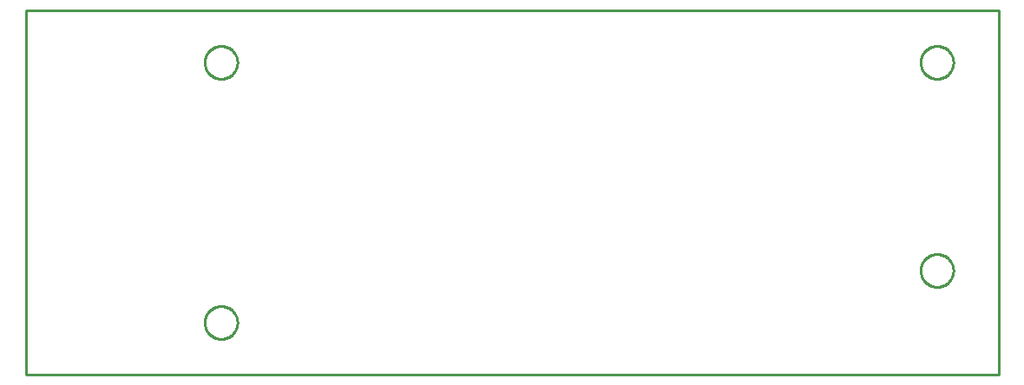
<source format=gbr>
G04 EAGLE Gerber RS-274X export*
G75*
%MOMM*%
%FSLAX34Y34*%
%LPD*%
%IN*%
%IPPOS*%
%AMOC8*
5,1,8,0,0,1.08239X$1,22.5*%
G01*
%ADD10C,0.254000*%


D10*
X0Y-12700D02*
X949200Y-12700D01*
X949200Y342800D01*
X0Y342800D01*
X0Y-12700D01*
X905000Y88376D02*
X904932Y87331D01*
X904795Y86292D01*
X904590Y85265D01*
X904319Y84253D01*
X903983Y83261D01*
X903582Y82293D01*
X903118Y81354D01*
X902595Y80446D01*
X902013Y79575D01*
X901375Y78744D01*
X900684Y77957D01*
X899943Y77216D01*
X899156Y76525D01*
X898325Y75888D01*
X897454Y75306D01*
X896546Y74782D01*
X895607Y74318D01*
X894639Y73917D01*
X893647Y73581D01*
X892635Y73310D01*
X891608Y73105D01*
X890569Y72969D01*
X889524Y72900D01*
X888476Y72900D01*
X887431Y72969D01*
X886392Y73105D01*
X885365Y73310D01*
X884353Y73581D01*
X883361Y73917D01*
X882393Y74318D01*
X881454Y74782D01*
X880546Y75306D01*
X879675Y75888D01*
X878844Y76525D01*
X878057Y77216D01*
X877316Y77957D01*
X876625Y78744D01*
X875988Y79575D01*
X875406Y80446D01*
X874882Y81354D01*
X874418Y82293D01*
X874017Y83261D01*
X873681Y84253D01*
X873410Y85265D01*
X873205Y86292D01*
X873069Y87331D01*
X873000Y88376D01*
X873000Y89424D01*
X873069Y90469D01*
X873205Y91508D01*
X873410Y92535D01*
X873681Y93547D01*
X874017Y94539D01*
X874418Y95507D01*
X874882Y96446D01*
X875406Y97354D01*
X875988Y98225D01*
X876625Y99056D01*
X877316Y99843D01*
X878057Y100584D01*
X878844Y101275D01*
X879675Y101913D01*
X880546Y102495D01*
X881454Y103018D01*
X882393Y103482D01*
X883361Y103883D01*
X884353Y104219D01*
X885365Y104490D01*
X886392Y104695D01*
X887431Y104832D01*
X888476Y104900D01*
X889524Y104900D01*
X890569Y104832D01*
X891608Y104695D01*
X892635Y104490D01*
X893647Y104219D01*
X894639Y103883D01*
X895607Y103482D01*
X896546Y103018D01*
X897454Y102495D01*
X898325Y101913D01*
X899156Y101275D01*
X899943Y100584D01*
X900684Y99843D01*
X901375Y99056D01*
X902013Y98225D01*
X902595Y97354D01*
X903118Y96446D01*
X903582Y95507D01*
X903983Y94539D01*
X904319Y93547D01*
X904590Y92535D01*
X904795Y91508D01*
X904932Y90469D01*
X905000Y89424D01*
X905000Y88376D01*
X206500Y37576D02*
X206432Y36531D01*
X206295Y35492D01*
X206090Y34465D01*
X205819Y33453D01*
X205483Y32461D01*
X205082Y31493D01*
X204618Y30554D01*
X204095Y29646D01*
X203513Y28775D01*
X202875Y27944D01*
X202184Y27157D01*
X201443Y26416D01*
X200656Y25725D01*
X199825Y25088D01*
X198954Y24506D01*
X198046Y23982D01*
X197107Y23518D01*
X196139Y23117D01*
X195147Y22781D01*
X194135Y22510D01*
X193108Y22305D01*
X192069Y22169D01*
X191024Y22100D01*
X189976Y22100D01*
X188931Y22169D01*
X187892Y22305D01*
X186865Y22510D01*
X185853Y22781D01*
X184861Y23117D01*
X183893Y23518D01*
X182954Y23982D01*
X182046Y24506D01*
X181175Y25088D01*
X180344Y25725D01*
X179557Y26416D01*
X178816Y27157D01*
X178125Y27944D01*
X177488Y28775D01*
X176906Y29646D01*
X176382Y30554D01*
X175918Y31493D01*
X175517Y32461D01*
X175181Y33453D01*
X174910Y34465D01*
X174705Y35492D01*
X174569Y36531D01*
X174500Y37576D01*
X174500Y38624D01*
X174569Y39669D01*
X174705Y40708D01*
X174910Y41735D01*
X175181Y42747D01*
X175517Y43739D01*
X175918Y44707D01*
X176382Y45646D01*
X176906Y46554D01*
X177488Y47425D01*
X178125Y48256D01*
X178816Y49043D01*
X179557Y49784D01*
X180344Y50475D01*
X181175Y51113D01*
X182046Y51695D01*
X182954Y52218D01*
X183893Y52682D01*
X184861Y53083D01*
X185853Y53419D01*
X186865Y53690D01*
X187892Y53895D01*
X188931Y54032D01*
X189976Y54100D01*
X191024Y54100D01*
X192069Y54032D01*
X193108Y53895D01*
X194135Y53690D01*
X195147Y53419D01*
X196139Y53083D01*
X197107Y52682D01*
X198046Y52218D01*
X198954Y51695D01*
X199825Y51113D01*
X200656Y50475D01*
X201443Y49784D01*
X202184Y49043D01*
X202875Y48256D01*
X203513Y47425D01*
X204095Y46554D01*
X204618Y45646D01*
X205082Y44707D01*
X205483Y43739D01*
X205819Y42747D01*
X206090Y41735D01*
X206295Y40708D01*
X206432Y39669D01*
X206500Y38624D01*
X206500Y37576D01*
X206500Y291576D02*
X206432Y290531D01*
X206295Y289492D01*
X206090Y288465D01*
X205819Y287453D01*
X205483Y286461D01*
X205082Y285493D01*
X204618Y284554D01*
X204095Y283646D01*
X203513Y282775D01*
X202875Y281944D01*
X202184Y281157D01*
X201443Y280416D01*
X200656Y279725D01*
X199825Y279088D01*
X198954Y278506D01*
X198046Y277982D01*
X197107Y277518D01*
X196139Y277117D01*
X195147Y276781D01*
X194135Y276510D01*
X193108Y276305D01*
X192069Y276169D01*
X191024Y276100D01*
X189976Y276100D01*
X188931Y276169D01*
X187892Y276305D01*
X186865Y276510D01*
X185853Y276781D01*
X184861Y277117D01*
X183893Y277518D01*
X182954Y277982D01*
X182046Y278506D01*
X181175Y279088D01*
X180344Y279725D01*
X179557Y280416D01*
X178816Y281157D01*
X178125Y281944D01*
X177488Y282775D01*
X176906Y283646D01*
X176382Y284554D01*
X175918Y285493D01*
X175517Y286461D01*
X175181Y287453D01*
X174910Y288465D01*
X174705Y289492D01*
X174569Y290531D01*
X174500Y291576D01*
X174500Y292624D01*
X174569Y293669D01*
X174705Y294708D01*
X174910Y295735D01*
X175181Y296747D01*
X175517Y297739D01*
X175918Y298707D01*
X176382Y299646D01*
X176906Y300554D01*
X177488Y301425D01*
X178125Y302256D01*
X178816Y303043D01*
X179557Y303784D01*
X180344Y304475D01*
X181175Y305113D01*
X182046Y305695D01*
X182954Y306218D01*
X183893Y306682D01*
X184861Y307083D01*
X185853Y307419D01*
X186865Y307690D01*
X187892Y307895D01*
X188931Y308032D01*
X189976Y308100D01*
X191024Y308100D01*
X192069Y308032D01*
X193108Y307895D01*
X194135Y307690D01*
X195147Y307419D01*
X196139Y307083D01*
X197107Y306682D01*
X198046Y306218D01*
X198954Y305695D01*
X199825Y305113D01*
X200656Y304475D01*
X201443Y303784D01*
X202184Y303043D01*
X202875Y302256D01*
X203513Y301425D01*
X204095Y300554D01*
X204618Y299646D01*
X205082Y298707D01*
X205483Y297739D01*
X205819Y296747D01*
X206090Y295735D01*
X206295Y294708D01*
X206432Y293669D01*
X206500Y292624D01*
X206500Y291576D01*
X905000Y291576D02*
X904932Y290531D01*
X904795Y289492D01*
X904590Y288465D01*
X904319Y287453D01*
X903983Y286461D01*
X903582Y285493D01*
X903118Y284554D01*
X902595Y283646D01*
X902013Y282775D01*
X901375Y281944D01*
X900684Y281157D01*
X899943Y280416D01*
X899156Y279725D01*
X898325Y279088D01*
X897454Y278506D01*
X896546Y277982D01*
X895607Y277518D01*
X894639Y277117D01*
X893647Y276781D01*
X892635Y276510D01*
X891608Y276305D01*
X890569Y276169D01*
X889524Y276100D01*
X888476Y276100D01*
X887431Y276169D01*
X886392Y276305D01*
X885365Y276510D01*
X884353Y276781D01*
X883361Y277117D01*
X882393Y277518D01*
X881454Y277982D01*
X880546Y278506D01*
X879675Y279088D01*
X878844Y279725D01*
X878057Y280416D01*
X877316Y281157D01*
X876625Y281944D01*
X875988Y282775D01*
X875406Y283646D01*
X874882Y284554D01*
X874418Y285493D01*
X874017Y286461D01*
X873681Y287453D01*
X873410Y288465D01*
X873205Y289492D01*
X873069Y290531D01*
X873000Y291576D01*
X873000Y292624D01*
X873069Y293669D01*
X873205Y294708D01*
X873410Y295735D01*
X873681Y296747D01*
X874017Y297739D01*
X874418Y298707D01*
X874882Y299646D01*
X875406Y300554D01*
X875988Y301425D01*
X876625Y302256D01*
X877316Y303043D01*
X878057Y303784D01*
X878844Y304475D01*
X879675Y305113D01*
X880546Y305695D01*
X881454Y306218D01*
X882393Y306682D01*
X883361Y307083D01*
X884353Y307419D01*
X885365Y307690D01*
X886392Y307895D01*
X887431Y308032D01*
X888476Y308100D01*
X889524Y308100D01*
X890569Y308032D01*
X891608Y307895D01*
X892635Y307690D01*
X893647Y307419D01*
X894639Y307083D01*
X895607Y306682D01*
X896546Y306218D01*
X897454Y305695D01*
X898325Y305113D01*
X899156Y304475D01*
X899943Y303784D01*
X900684Y303043D01*
X901375Y302256D01*
X902013Y301425D01*
X902595Y300554D01*
X903118Y299646D01*
X903582Y298707D01*
X903983Y297739D01*
X904319Y296747D01*
X904590Y295735D01*
X904795Y294708D01*
X904932Y293669D01*
X905000Y292624D01*
X905000Y291576D01*
M02*

</source>
